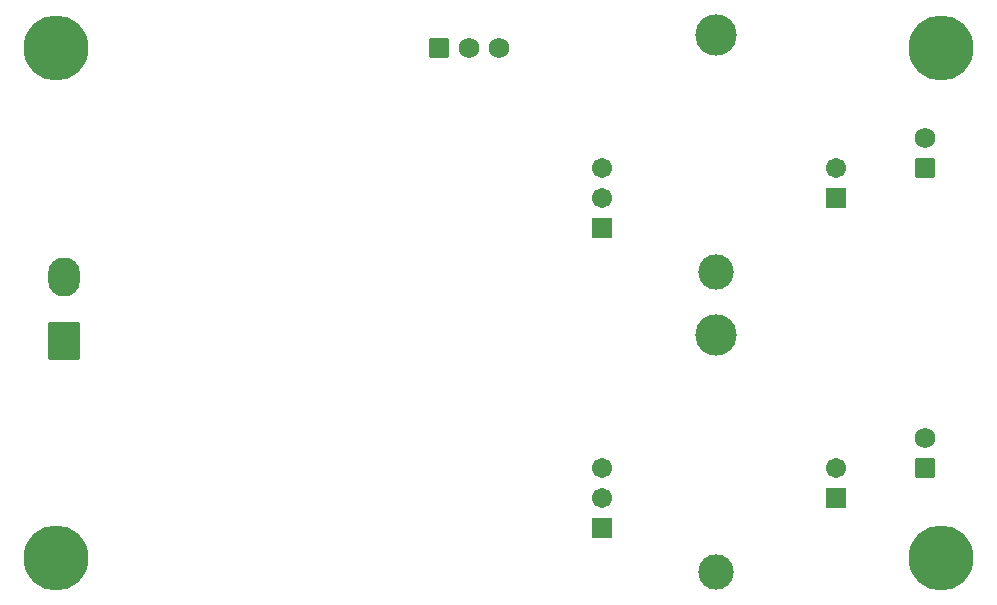
<source format=gbr>
%TF.GenerationSoftware,KiCad,Pcbnew,8.0.3*%
%TF.CreationDate,2024-11-26T12:10:15-08:00*%
%TF.ProjectId,IlluminationControlBoard,496c6c75-6d69-46e6-9174-696f6e436f6e,rev?*%
%TF.SameCoordinates,Original*%
%TF.FileFunction,Soldermask,Bot*%
%TF.FilePolarity,Negative*%
%FSLAX46Y46*%
G04 Gerber Fmt 4.6, Leading zero omitted, Abs format (unit mm)*
G04 Created by KiCad (PCBNEW 8.0.3) date 2024-11-26 12:10:15*
%MOMM*%
%LPD*%
G01*
G04 APERTURE LIST*
G04 Aperture macros list*
%AMRoundRect*
0 Rectangle with rounded corners*
0 $1 Rounding radius*
0 $2 $3 $4 $5 $6 $7 $8 $9 X,Y pos of 4 corners*
0 Add a 4 corners polygon primitive as box body*
4,1,4,$2,$3,$4,$5,$6,$7,$8,$9,$2,$3,0*
0 Add four circle primitives for the rounded corners*
1,1,$1+$1,$2,$3*
1,1,$1+$1,$4,$5*
1,1,$1+$1,$6,$7*
1,1,$1+$1,$8,$9*
0 Add four rect primitives between the rounded corners*
20,1,$1+$1,$2,$3,$4,$5,0*
20,1,$1+$1,$4,$5,$6,$7,0*
20,1,$1+$1,$6,$7,$8,$9,0*
20,1,$1+$1,$8,$9,$2,$3,0*%
G04 Aperture macros list end*
%ADD10C,5.500000*%
%ADD11C,3.500000*%
%ADD12C,3.000000*%
%ADD13R,1.716000X1.716000*%
%ADD14C,1.716000*%
%ADD15RoundRect,0.250000X0.620000X-0.620000X0.620000X0.620000X-0.620000X0.620000X-0.620000X-0.620000X0*%
%ADD16C,1.740000*%
%ADD17RoundRect,0.250001X1.099999X1.399999X-1.099999X1.399999X-1.099999X-1.399999X1.099999X-1.399999X0*%
%ADD18O,2.700000X3.300000*%
%ADD19RoundRect,0.250000X-0.620000X-0.620000X0.620000X-0.620000X0.620000X0.620000X-0.620000X0.620000X0*%
G04 APERTURE END LIST*
D10*
%TO.C,REF\u002A\u002A*%
X29210000Y-29210000D03*
%TD*%
%TO.C,REF\u002A\u002A*%
X104140000Y-72390000D03*
%TD*%
D11*
%TO.C,U2*%
X85090000Y-53467000D03*
D12*
X85090000Y-73533000D03*
D13*
X75438000Y-69850000D03*
D14*
X75438000Y-67310000D03*
X75438000Y-64770000D03*
X95250000Y-64770000D03*
D13*
X95250000Y-67310000D03*
%TD*%
D15*
%TO.C,J2*%
X102755000Y-64770000D03*
D16*
X102755000Y-62230000D03*
%TD*%
D10*
%TO.C,REF\u002A\u002A*%
X104140000Y-29210000D03*
%TD*%
D17*
%TO.C,J3*%
X29845000Y-54050000D03*
D18*
X29845000Y-48550000D03*
%TD*%
D10*
%TO.C,REF\u002A\u002A*%
X29210000Y-72390000D03*
%TD*%
D15*
%TO.C,J1*%
X102755000Y-39370000D03*
D16*
X102755000Y-36830000D03*
%TD*%
D19*
%TO.C,J4*%
X61595000Y-29210000D03*
D16*
X64135000Y-29210000D03*
X66675000Y-29210000D03*
%TD*%
D11*
%TO.C,U1*%
X85090000Y-28067000D03*
D12*
X85090000Y-48133000D03*
D13*
X75438000Y-44450000D03*
D14*
X75438000Y-41910000D03*
X75438000Y-39370000D03*
X95250000Y-39370000D03*
D13*
X95250000Y-41910000D03*
%TD*%
M02*

</source>
